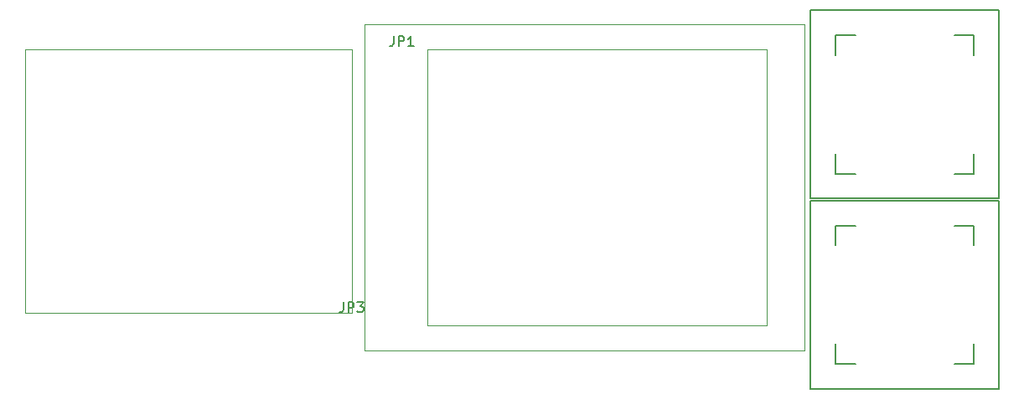
<source format=gbr>
G04 #@! TF.GenerationSoftware,KiCad,Pcbnew,(5.1.6)-1*
G04 #@! TF.CreationDate,2020-11-30T20:52:42-08:00*
G04 #@! TF.ProjectId,pcb2,70636232-2e6b-4696-9361-645f70636258,rev?*
G04 #@! TF.SameCoordinates,Original*
G04 #@! TF.FileFunction,Legend,Top*
G04 #@! TF.FilePolarity,Positive*
%FSLAX46Y46*%
G04 Gerber Fmt 4.6, Leading zero omitted, Abs format (unit mm)*
G04 Created by KiCad (PCBNEW (5.1.6)-1) date 2020-11-30 20:52:42*
%MOMM*%
%LPD*%
G01*
G04 APERTURE LIST*
%ADD10C,0.120000*%
%ADD11C,0.150000*%
G04 APERTURE END LIST*
D10*
G04 #@! TO.C,JP1*
X125730000Y-59690000D02*
X125730000Y-92710000D01*
X125730000Y-92710000D02*
X170180000Y-92710000D01*
X170180000Y-92710000D02*
X170180000Y-59690000D01*
X170180000Y-59690000D02*
X125730000Y-59690000D01*
X132080000Y-90170000D02*
X166370000Y-90170000D01*
X166370000Y-90170000D02*
X166370000Y-63500000D01*
X166370000Y-63500000D02*
X166370000Y-62230000D01*
X166370000Y-62230000D02*
X132080000Y-62230000D01*
X132080000Y-62230000D02*
X132080000Y-90170000D01*
G04 #@! TO.C,JP3*
X124460000Y-62230000D02*
X124460000Y-88900000D01*
X91440000Y-62230000D02*
X124460000Y-62230000D01*
X91440000Y-88900000D02*
X91440000Y-62230000D01*
X124460000Y-88900000D02*
X91440000Y-88900000D01*
D11*
G04 #@! TO.C,SW1*
X170815000Y-77343000D02*
X170815000Y-58293000D01*
X189865000Y-77343000D02*
X170815000Y-77343000D01*
X189865000Y-58293000D02*
X189865000Y-77343000D01*
X170815000Y-58293000D02*
X189865000Y-58293000D01*
X173340000Y-60818000D02*
X173340000Y-62818000D01*
X175340000Y-60818000D02*
X173340000Y-60818000D01*
X173340000Y-74818000D02*
X175340000Y-74818000D01*
X173340000Y-72818000D02*
X173340000Y-74818000D01*
X187340000Y-74818000D02*
X187340000Y-72818000D01*
X185340000Y-74818000D02*
X187340000Y-74818000D01*
X187340000Y-60818000D02*
X187340000Y-62818000D01*
X185340000Y-60818000D02*
X187340000Y-60818000D01*
G04 #@! TO.C,SW3*
X185340000Y-80071200D02*
X187340000Y-80071200D01*
X187340000Y-80071200D02*
X187340000Y-82071200D01*
X185340000Y-94071200D02*
X187340000Y-94071200D01*
X187340000Y-94071200D02*
X187340000Y-92071200D01*
X173340000Y-92071200D02*
X173340000Y-94071200D01*
X173340000Y-94071200D02*
X175340000Y-94071200D01*
X175340000Y-80071200D02*
X173340000Y-80071200D01*
X173340000Y-80071200D02*
X173340000Y-82071200D01*
X170815000Y-77546200D02*
X189865000Y-77546200D01*
X189865000Y-77546200D02*
X189865000Y-96596200D01*
X189865000Y-96596200D02*
X170815000Y-96596200D01*
X170815000Y-96596200D02*
X170815000Y-77546200D01*
G04 #@! TO.C,JP1*
X128706666Y-60912380D02*
X128706666Y-61626666D01*
X128659047Y-61769523D01*
X128563809Y-61864761D01*
X128420952Y-61912380D01*
X128325714Y-61912380D01*
X129182857Y-61912380D02*
X129182857Y-60912380D01*
X129563809Y-60912380D01*
X129659047Y-60960000D01*
X129706666Y-61007619D01*
X129754285Y-61102857D01*
X129754285Y-61245714D01*
X129706666Y-61340952D01*
X129659047Y-61388571D01*
X129563809Y-61436190D01*
X129182857Y-61436190D01*
X130706666Y-61912380D02*
X130135238Y-61912380D01*
X130420952Y-61912380D02*
X130420952Y-60912380D01*
X130325714Y-61055238D01*
X130230476Y-61150476D01*
X130135238Y-61198095D01*
G04 #@! TO.C,JP3*
X123626666Y-87852380D02*
X123626666Y-88566666D01*
X123579047Y-88709523D01*
X123483809Y-88804761D01*
X123340952Y-88852380D01*
X123245714Y-88852380D01*
X124102857Y-88852380D02*
X124102857Y-87852380D01*
X124483809Y-87852380D01*
X124579047Y-87900000D01*
X124626666Y-87947619D01*
X124674285Y-88042857D01*
X124674285Y-88185714D01*
X124626666Y-88280952D01*
X124579047Y-88328571D01*
X124483809Y-88376190D01*
X124102857Y-88376190D01*
X125007619Y-87852380D02*
X125626666Y-87852380D01*
X125293333Y-88233333D01*
X125436190Y-88233333D01*
X125531428Y-88280952D01*
X125579047Y-88328571D01*
X125626666Y-88423809D01*
X125626666Y-88661904D01*
X125579047Y-88757142D01*
X125531428Y-88804761D01*
X125436190Y-88852380D01*
X125150476Y-88852380D01*
X125055238Y-88804761D01*
X125007619Y-88757142D01*
G04 #@! TD*
M02*

</source>
